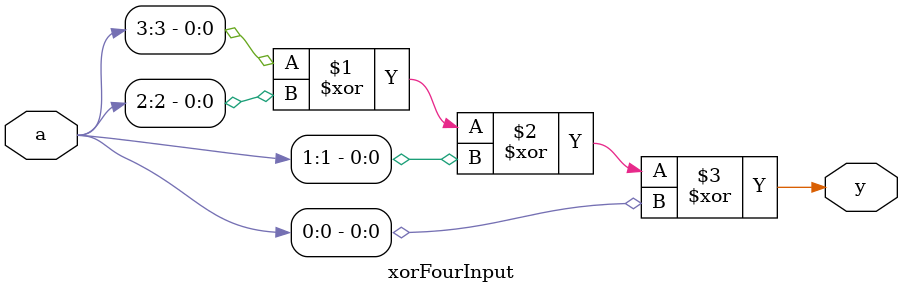
<source format=sv>
module xorFourInput (
    input [3:0] a,  // 4-bit input vector a[3:0]
    output y        // XOR output
);
    assign y = a[3] ^ a[2] ^ a[1] ^ a[0];  // XOR all four inputs
endmodule

</source>
